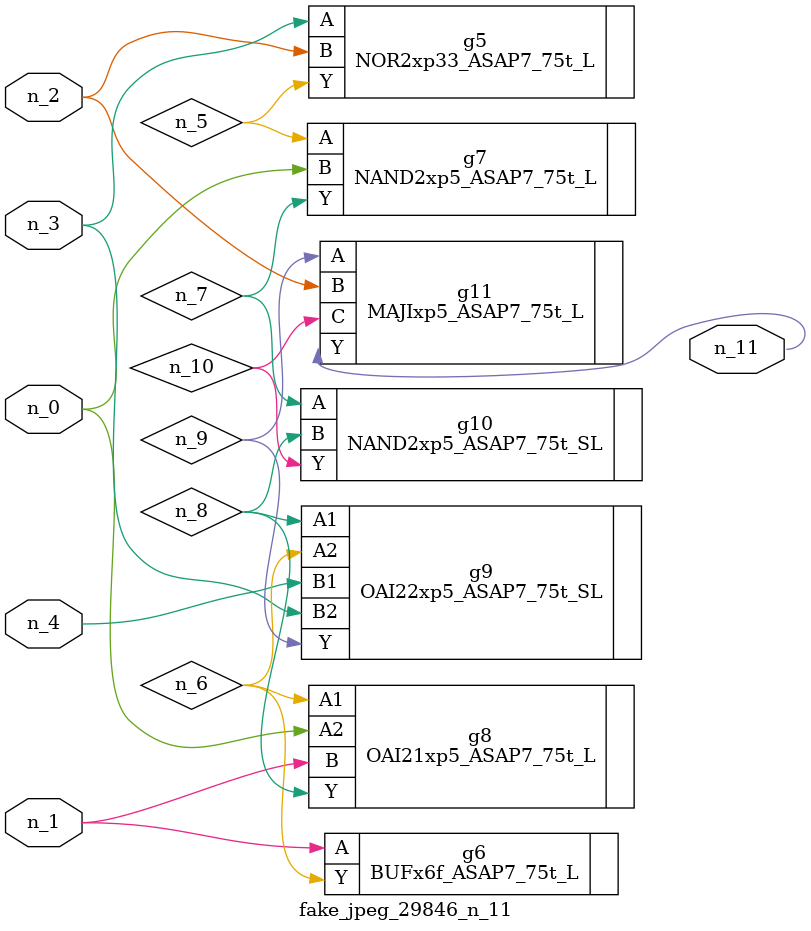
<source format=v>
module fake_jpeg_29846_n_11 (n_3, n_2, n_1, n_0, n_4, n_11);

input n_3;
input n_2;
input n_1;
input n_0;
input n_4;

output n_11;

wire n_10;
wire n_8;
wire n_9;
wire n_6;
wire n_5;
wire n_7;

NOR2xp33_ASAP7_75t_L g5 ( 
.A(n_3),
.B(n_2),
.Y(n_5)
);

BUFx6f_ASAP7_75t_L g6 ( 
.A(n_1),
.Y(n_6)
);

NAND2xp5_ASAP7_75t_L g7 ( 
.A(n_5),
.B(n_0),
.Y(n_7)
);

NAND2xp5_ASAP7_75t_SL g10 ( 
.A(n_7),
.B(n_8),
.Y(n_10)
);

OAI21xp5_ASAP7_75t_L g8 ( 
.A1(n_6),
.A2(n_0),
.B(n_1),
.Y(n_8)
);

OAI22xp5_ASAP7_75t_SL g9 ( 
.A1(n_8),
.A2(n_6),
.B1(n_4),
.B2(n_3),
.Y(n_9)
);

MAJIxp5_ASAP7_75t_L g11 ( 
.A(n_9),
.B(n_2),
.C(n_10),
.Y(n_11)
);


endmodule
</source>
